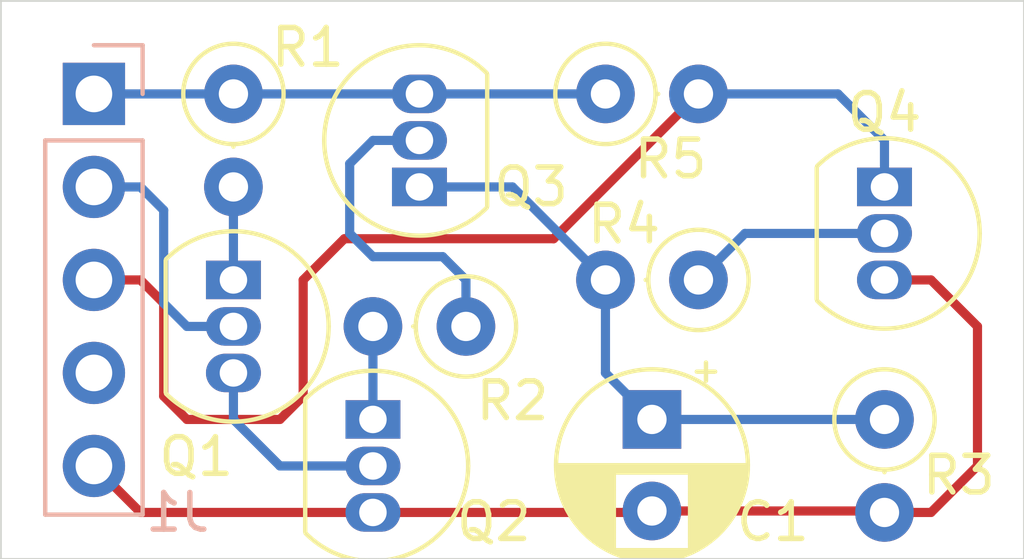
<source format=kicad_pcb>
(kicad_pcb (version 20171130) (host pcbnew 5.1.8)

  (general
    (thickness 1.6)
    (drawings 4)
    (tracks 52)
    (zones 0)
    (modules 11)
    (nets 12)
  )

  (page A4)
  (layers
    (0 F.Cu signal hide)
    (31 B.Cu signal hide)
    (32 B.Adhes user)
    (33 F.Adhes user)
    (34 B.Paste user)
    (35 F.Paste user)
    (36 B.SilkS user)
    (37 F.SilkS user)
    (38 B.Mask user)
    (39 F.Mask user)
    (40 Dwgs.User user)
    (41 Cmts.User user)
    (42 Eco1.User user)
    (43 Eco2.User user)
    (44 Edge.Cuts user)
    (45 Margin user)
    (46 B.CrtYd user hide)
    (47 F.CrtYd user hide)
    (48 B.Fab user hide)
    (49 F.Fab user hide)
  )

  (setup
    (last_trace_width 0.25)
    (trace_clearance 0.2)
    (zone_clearance 0.508)
    (zone_45_only no)
    (trace_min 0.2)
    (via_size 0.8)
    (via_drill 0.4)
    (via_min_size 0.4)
    (via_min_drill 0.3)
    (uvia_size 0.3)
    (uvia_drill 0.1)
    (uvias_allowed no)
    (uvia_min_size 0.2)
    (uvia_min_drill 0.1)
    (edge_width 0.05)
    (segment_width 0.2)
    (pcb_text_width 0.3)
    (pcb_text_size 1.5 1.5)
    (mod_edge_width 0.12)
    (mod_text_size 1 1)
    (mod_text_width 0.15)
    (pad_size 1.524 1.524)
    (pad_drill 0.762)
    (pad_to_mask_clearance 0)
    (aux_axis_origin 0 0)
    (visible_elements FFFFFF7F)
    (pcbplotparams
      (layerselection 0x010fc_ffffffff)
      (usegerberextensions false)
      (usegerberattributes true)
      (usegerberadvancedattributes true)
      (creategerberjobfile true)
      (excludeedgelayer true)
      (linewidth 0.100000)
      (plotframeref false)
      (viasonmask false)
      (mode 1)
      (useauxorigin false)
      (hpglpennumber 1)
      (hpglpenspeed 20)
      (hpglpendiameter 15.000000)
      (psnegative false)
      (psa4output false)
      (plotreference true)
      (plotvalue true)
      (plotinvisibletext false)
      (padsonsilk false)
      (subtractmaskfromsilk false)
      (outputformat 1)
      (mirror false)
      (drillshape 1)
      (scaleselection 1)
      (outputdirectory ""))
  )

  (net 0 "")
  (net 1 GND)
  (net 2 "Net-(C1-Pad1)")
  (net 3 "Net-(J1-Pad4)")
  (net 4 sense_out)
  (net 5 sense_antenna)
  (net 6 +3V3)
  (net 7 "Net-(Q1-Pad1)")
  (net 8 "Net-(Q1-Pad3)")
  (net 9 "Net-(Q2-Pad1)")
  (net 10 "Net-(Q3-Pad2)")
  (net 11 "Net-(Q4-Pad2)")

  (net_class Default "This is the default net class."
    (clearance 0.2)
    (trace_width 0.25)
    (via_dia 0.8)
    (via_drill 0.4)
    (uvia_dia 0.3)
    (uvia_drill 0.1)
    (add_net +3V3)
    (add_net GND)
    (add_net "Net-(C1-Pad1)")
    (add_net "Net-(J1-Pad4)")
    (add_net "Net-(Q1-Pad1)")
    (add_net "Net-(Q1-Pad3)")
    (add_net "Net-(Q2-Pad1)")
    (add_net "Net-(Q3-Pad2)")
    (add_net "Net-(Q4-Pad2)")
    (add_net sense_antenna)
    (add_net sense_out)
  )

  (module Connector_PinHeader_2.54mm:PinHeader_1x05_P2.54mm_Vertical (layer B.Cu) (tedit 59FED5CC) (tstamp 5FDED95A)
    (at 116.84 82.55 180)
    (descr "Through hole straight pin header, 1x05, 2.54mm pitch, single row")
    (tags "Through hole pin header THT 1x05 2.54mm single row")
    (path /5FDFE47D)
    (fp_text reference J1 (at -2.286 -11.43) (layer B.SilkS)
      (effects (font (size 1 1) (thickness 0.15)) (justify mirror))
    )
    (fp_text value Header (at -2.54 -7.62 90) (layer B.Fab)
      (effects (font (size 1 1) (thickness 0.15)) (justify mirror))
    )
    (fp_text user %R (at 0 -2 270) (layer B.Fab)
      (effects (font (size 0.76 0.76) (thickness 0.114)) (justify mirror))
    )
    (fp_line (start -0.635 1.27) (end 1.27 1.27) (layer B.Fab) (width 0.1))
    (fp_line (start 1.27 1.27) (end 1.27 -11.43) (layer B.Fab) (width 0.1))
    (fp_line (start 1.27 -11.43) (end -1.27 -11.43) (layer B.Fab) (width 0.1))
    (fp_line (start -1.27 -11.43) (end -1.27 0.635) (layer B.Fab) (width 0.1))
    (fp_line (start -1.27 0.635) (end -0.635 1.27) (layer B.Fab) (width 0.1))
    (fp_line (start -1.33 -11.49) (end 1.33 -11.49) (layer B.SilkS) (width 0.12))
    (fp_line (start -1.33 -1.27) (end -1.33 -11.49) (layer B.SilkS) (width 0.12))
    (fp_line (start 1.33 -1.27) (end 1.33 -11.49) (layer B.SilkS) (width 0.12))
    (fp_line (start -1.33 -1.27) (end 1.33 -1.27) (layer B.SilkS) (width 0.12))
    (fp_line (start -1.33 0) (end -1.33 1.33) (layer B.SilkS) (width 0.12))
    (fp_line (start -1.33 1.33) (end 0 1.33) (layer B.SilkS) (width 0.12))
    (fp_line (start -1.8 1.8) (end -1.8 -11.95) (layer B.CrtYd) (width 0.05))
    (fp_line (start -1.8 -11.95) (end 1.8 -11.95) (layer B.CrtYd) (width 0.05))
    (fp_line (start 1.8 -11.95) (end 1.8 1.8) (layer B.CrtYd) (width 0.05))
    (fp_line (start 1.8 1.8) (end -1.8 1.8) (layer B.CrtYd) (width 0.05))
    (pad 5 thru_hole oval (at 0 -10.16 180) (size 1.7 1.7) (drill 1) (layers *.Cu *.Mask)
      (net 1 GND))
    (pad 4 thru_hole oval (at 0 -7.62 180) (size 1.7 1.7) (drill 1) (layers *.Cu *.Mask)
      (net 3 "Net-(J1-Pad4)"))
    (pad 3 thru_hole oval (at 0 -5.08 180) (size 1.7 1.7) (drill 1) (layers *.Cu *.Mask)
      (net 4 sense_out))
    (pad 2 thru_hole oval (at 0 -2.54 180) (size 1.7 1.7) (drill 1) (layers *.Cu *.Mask)
      (net 5 sense_antenna))
    (pad 1 thru_hole rect (at 0 0 180) (size 1.7 1.7) (drill 1) (layers *.Cu *.Mask)
      (net 6 +3V3))
    (model ${KISYS3DMOD}/Connector_PinHeader_2.54mm.3dshapes/PinHeader_1x05_P2.54mm_Vertical.wrl
      (at (xyz 0 0 0))
      (scale (xyz 1 1 1))
      (rotate (xyz 0 0 0))
    )
  )

  (module Resistor_THT:R_Axial_DIN0207_L6.3mm_D2.5mm_P2.54mm_Vertical (layer F.Cu) (tedit 5AE5139B) (tstamp 5FDEC683)
    (at 130.81 82.55)
    (descr "Resistor, Axial_DIN0207 series, Axial, Vertical, pin pitch=2.54mm, 0.25W = 1/4W, length*diameter=6.3*2.5mm^2, http://cdn-reichelt.de/documents/datenblatt/B400/1_4W%23YAG.pdf")
    (tags "Resistor Axial_DIN0207 series Axial Vertical pin pitch 2.54mm 0.25W = 1/4W length 6.3mm diameter 2.5mm")
    (path /5FDE95F2)
    (fp_text reference R5 (at 1.778 1.778) (layer F.SilkS)
      (effects (font (size 1 1) (thickness 0.15)))
    )
    (fp_text value 10k (at 1.27 2.37) (layer F.Fab)
      (effects (font (size 1 1) (thickness 0.15)))
    )
    (fp_text user %R (at 1.27 -2.37) (layer F.Fab)
      (effects (font (size 1 1) (thickness 0.15)))
    )
    (fp_circle (center 0 0) (end 1.25 0) (layer F.Fab) (width 0.1))
    (fp_circle (center 0 0) (end 1.37 0) (layer F.SilkS) (width 0.12))
    (fp_line (start 0 0) (end 2.54 0) (layer F.Fab) (width 0.1))
    (fp_line (start 1.37 0) (end 1.44 0) (layer F.SilkS) (width 0.12))
    (fp_line (start -1.5 -1.5) (end -1.5 1.5) (layer F.CrtYd) (width 0.05))
    (fp_line (start -1.5 1.5) (end 3.59 1.5) (layer F.CrtYd) (width 0.05))
    (fp_line (start 3.59 1.5) (end 3.59 -1.5) (layer F.CrtYd) (width 0.05))
    (fp_line (start 3.59 -1.5) (end -1.5 -1.5) (layer F.CrtYd) (width 0.05))
    (pad 2 thru_hole oval (at 2.54 0) (size 1.6 1.6) (drill 0.8) (layers *.Cu *.Mask)
      (net 4 sense_out))
    (pad 1 thru_hole circle (at 0 0) (size 1.6 1.6) (drill 0.8) (layers *.Cu *.Mask)
      (net 6 +3V3))
    (model ${KISYS3DMOD}/Resistor_THT.3dshapes/R_Axial_DIN0207_L6.3mm_D2.5mm_P2.54mm_Vertical.wrl
      (at (xyz 0 0 0))
      (scale (xyz 1 1 1))
      (rotate (xyz 0 0 0))
    )
  )

  (module Resistor_THT:R_Axial_DIN0207_L6.3mm_D2.5mm_P2.54mm_Vertical (layer F.Cu) (tedit 5AE5139B) (tstamp 5FDEDA99)
    (at 133.35 87.63 180)
    (descr "Resistor, Axial_DIN0207 series, Axial, Vertical, pin pitch=2.54mm, 0.25W = 1/4W, length*diameter=6.3*2.5mm^2, http://cdn-reichelt.de/documents/datenblatt/B400/1_4W%23YAG.pdf")
    (tags "Resistor Axial_DIN0207 series Axial Vertical pin pitch 2.54mm 0.25W = 1/4W length 6.3mm diameter 2.5mm")
    (path /5FDE9F0D)
    (fp_text reference R4 (at 2.032 1.524) (layer F.SilkS)
      (effects (font (size 1 1) (thickness 0.15)))
    )
    (fp_text value 1M (at 1.27 2.37) (layer F.Fab)
      (effects (font (size 1 1) (thickness 0.15)))
    )
    (fp_text user %R (at 1.27 -2.37) (layer F.Fab)
      (effects (font (size 1 1) (thickness 0.15)))
    )
    (fp_circle (center 0 0) (end 1.25 0) (layer F.Fab) (width 0.1))
    (fp_circle (center 0 0) (end 1.37 0) (layer F.SilkS) (width 0.12))
    (fp_line (start 0 0) (end 2.54 0) (layer F.Fab) (width 0.1))
    (fp_line (start 1.37 0) (end 1.44 0) (layer F.SilkS) (width 0.12))
    (fp_line (start -1.5 -1.5) (end -1.5 1.5) (layer F.CrtYd) (width 0.05))
    (fp_line (start -1.5 1.5) (end 3.59 1.5) (layer F.CrtYd) (width 0.05))
    (fp_line (start 3.59 1.5) (end 3.59 -1.5) (layer F.CrtYd) (width 0.05))
    (fp_line (start 3.59 -1.5) (end -1.5 -1.5) (layer F.CrtYd) (width 0.05))
    (pad 2 thru_hole oval (at 2.54 0 180) (size 1.6 1.6) (drill 0.8) (layers *.Cu *.Mask)
      (net 2 "Net-(C1-Pad1)"))
    (pad 1 thru_hole circle (at 0 0 180) (size 1.6 1.6) (drill 0.8) (layers *.Cu *.Mask)
      (net 11 "Net-(Q4-Pad2)"))
    (model ${KISYS3DMOD}/Resistor_THT.3dshapes/R_Axial_DIN0207_L6.3mm_D2.5mm_P2.54mm_Vertical.wrl
      (at (xyz 0 0 0))
      (scale (xyz 1 1 1))
      (rotate (xyz 0 0 0))
    )
  )

  (module Resistor_THT:R_Axial_DIN0207_L6.3mm_D2.5mm_P2.54mm_Vertical (layer F.Cu) (tedit 5AE5139B) (tstamp 5FDEC665)
    (at 138.43 91.44 270)
    (descr "Resistor, Axial_DIN0207 series, Axial, Vertical, pin pitch=2.54mm, 0.25W = 1/4W, length*diameter=6.3*2.5mm^2, http://cdn-reichelt.de/documents/datenblatt/B400/1_4W%23YAG.pdf")
    (tags "Resistor Axial_DIN0207 series Axial Vertical pin pitch 2.54mm 0.25W = 1/4W length 6.3mm diameter 2.5mm")
    (path /5FDEA625)
    (fp_text reference R3 (at 1.524 -2.032 180) (layer F.SilkS)
      (effects (font (size 1 1) (thickness 0.15)))
    )
    (fp_text value 47k (at 1.27 2.37 90) (layer F.Fab)
      (effects (font (size 1 1) (thickness 0.15)))
    )
    (fp_text user %R (at 1.27 -2.37 90) (layer F.Fab)
      (effects (font (size 1 1) (thickness 0.15)))
    )
    (fp_circle (center 0 0) (end 1.25 0) (layer F.Fab) (width 0.1))
    (fp_circle (center 0 0) (end 1.37 0) (layer F.SilkS) (width 0.12))
    (fp_line (start 0 0) (end 2.54 0) (layer F.Fab) (width 0.1))
    (fp_line (start 1.37 0) (end 1.44 0) (layer F.SilkS) (width 0.12))
    (fp_line (start -1.5 -1.5) (end -1.5 1.5) (layer F.CrtYd) (width 0.05))
    (fp_line (start -1.5 1.5) (end 3.59 1.5) (layer F.CrtYd) (width 0.05))
    (fp_line (start 3.59 1.5) (end 3.59 -1.5) (layer F.CrtYd) (width 0.05))
    (fp_line (start 3.59 -1.5) (end -1.5 -1.5) (layer F.CrtYd) (width 0.05))
    (pad 2 thru_hole oval (at 2.54 0 270) (size 1.6 1.6) (drill 0.8) (layers *.Cu *.Mask)
      (net 1 GND))
    (pad 1 thru_hole circle (at 0 0 270) (size 1.6 1.6) (drill 0.8) (layers *.Cu *.Mask)
      (net 2 "Net-(C1-Pad1)"))
    (model ${KISYS3DMOD}/Resistor_THT.3dshapes/R_Axial_DIN0207_L6.3mm_D2.5mm_P2.54mm_Vertical.wrl
      (at (xyz 0 0 0))
      (scale (xyz 1 1 1))
      (rotate (xyz 0 0 0))
    )
  )

  (module Resistor_THT:R_Axial_DIN0207_L6.3mm_D2.5mm_P2.54mm_Vertical (layer F.Cu) (tedit 5AE5139B) (tstamp 5FDEC656)
    (at 127 88.9 180)
    (descr "Resistor, Axial_DIN0207 series, Axial, Vertical, pin pitch=2.54mm, 0.25W = 1/4W, length*diameter=6.3*2.5mm^2, http://cdn-reichelt.de/documents/datenblatt/B400/1_4W%23YAG.pdf")
    (tags "Resistor Axial_DIN0207 series Axial Vertical pin pitch 2.54mm 0.25W = 1/4W length 6.3mm diameter 2.5mm")
    (path /5FDE9185)
    (fp_text reference R2 (at -1.27 -2.032) (layer F.SilkS)
      (effects (font (size 1 1) (thickness 0.15)))
    )
    (fp_text value 100k (at 1.27 2.37) (layer F.Fab)
      (effects (font (size 1 1) (thickness 0.15)))
    )
    (fp_text user %R (at 1.27 -2.37) (layer F.Fab)
      (effects (font (size 1 1) (thickness 0.15)))
    )
    (fp_circle (center 0 0) (end 1.25 0) (layer F.Fab) (width 0.1))
    (fp_circle (center 0 0) (end 1.37 0) (layer F.SilkS) (width 0.12))
    (fp_line (start 0 0) (end 2.54 0) (layer F.Fab) (width 0.1))
    (fp_line (start 1.37 0) (end 1.44 0) (layer F.SilkS) (width 0.12))
    (fp_line (start -1.5 -1.5) (end -1.5 1.5) (layer F.CrtYd) (width 0.05))
    (fp_line (start -1.5 1.5) (end 3.59 1.5) (layer F.CrtYd) (width 0.05))
    (fp_line (start 3.59 1.5) (end 3.59 -1.5) (layer F.CrtYd) (width 0.05))
    (fp_line (start 3.59 -1.5) (end -1.5 -1.5) (layer F.CrtYd) (width 0.05))
    (pad 2 thru_hole oval (at 2.54 0 180) (size 1.6 1.6) (drill 0.8) (layers *.Cu *.Mask)
      (net 9 "Net-(Q2-Pad1)"))
    (pad 1 thru_hole circle (at 0 0 180) (size 1.6 1.6) (drill 0.8) (layers *.Cu *.Mask)
      (net 10 "Net-(Q3-Pad2)"))
    (model ${KISYS3DMOD}/Resistor_THT.3dshapes/R_Axial_DIN0207_L6.3mm_D2.5mm_P2.54mm_Vertical.wrl
      (at (xyz 0 0 0))
      (scale (xyz 1 1 1))
      (rotate (xyz 0 0 0))
    )
  )

  (module Resistor_THT:R_Axial_DIN0207_L6.3mm_D2.5mm_P2.54mm_Vertical (layer F.Cu) (tedit 5AE5139B) (tstamp 5FDEC647)
    (at 120.65 82.55 270)
    (descr "Resistor, Axial_DIN0207 series, Axial, Vertical, pin pitch=2.54mm, 0.25W = 1/4W, length*diameter=6.3*2.5mm^2, http://cdn-reichelt.de/documents/datenblatt/B400/1_4W%23YAG.pdf")
    (tags "Resistor Axial_DIN0207 series Axial Vertical pin pitch 2.54mm 0.25W = 1/4W length 6.3mm diameter 2.5mm")
    (path /5FDE772A)
    (fp_text reference R1 (at -1.27 -2.032 180) (layer F.SilkS)
      (effects (font (size 1 1) (thickness 0.15)))
    )
    (fp_text value 1M (at 1.27 2.37 90) (layer F.Fab)
      (effects (font (size 1 1) (thickness 0.15)))
    )
    (fp_text user %R (at 1.27 -2.37 90) (layer F.Fab)
      (effects (font (size 1 1) (thickness 0.15)))
    )
    (fp_circle (center 0 0) (end 1.25 0) (layer F.Fab) (width 0.1))
    (fp_circle (center 0 0) (end 1.37 0) (layer F.SilkS) (width 0.12))
    (fp_line (start 0 0) (end 2.54 0) (layer F.Fab) (width 0.1))
    (fp_line (start 1.37 0) (end 1.44 0) (layer F.SilkS) (width 0.12))
    (fp_line (start -1.5 -1.5) (end -1.5 1.5) (layer F.CrtYd) (width 0.05))
    (fp_line (start -1.5 1.5) (end 3.59 1.5) (layer F.CrtYd) (width 0.05))
    (fp_line (start 3.59 1.5) (end 3.59 -1.5) (layer F.CrtYd) (width 0.05))
    (fp_line (start 3.59 -1.5) (end -1.5 -1.5) (layer F.CrtYd) (width 0.05))
    (pad 2 thru_hole oval (at 2.54 0 270) (size 1.6 1.6) (drill 0.8) (layers *.Cu *.Mask)
      (net 7 "Net-(Q1-Pad1)"))
    (pad 1 thru_hole circle (at 0 0 270) (size 1.6 1.6) (drill 0.8) (layers *.Cu *.Mask)
      (net 6 +3V3))
    (model ${KISYS3DMOD}/Resistor_THT.3dshapes/R_Axial_DIN0207_L6.3mm_D2.5mm_P2.54mm_Vertical.wrl
      (at (xyz 0 0 0))
      (scale (xyz 1 1 1))
      (rotate (xyz 0 0 0))
    )
  )

  (module Package_TO_SOT_THT:TO-92_Inline (layer F.Cu) (tedit 5A1DD157) (tstamp 5FDEC638)
    (at 138.43 85.09 270)
    (descr "TO-92 leads in-line, narrow, oval pads, drill 0.75mm (see NXP sot054_po.pdf)")
    (tags "to-92 sc-43 sc-43a sot54 PA33 transistor")
    (path /5FDE66CF)
    (fp_text reference Q4 (at -2.032 0 180) (layer F.SilkS)
      (effects (font (size 1 1) (thickness 0.15)))
    )
    (fp_text value BC547 (at 1.27 2.79 90) (layer F.Fab)
      (effects (font (size 1 1) (thickness 0.15)))
    )
    (fp_arc (start 1.27 0) (end 1.27 -2.6) (angle 135) (layer F.SilkS) (width 0.12))
    (fp_arc (start 1.27 0) (end 1.27 -2.48) (angle -135) (layer F.Fab) (width 0.1))
    (fp_arc (start 1.27 0) (end 1.27 -2.6) (angle -135) (layer F.SilkS) (width 0.12))
    (fp_arc (start 1.27 0) (end 1.27 -2.48) (angle 135) (layer F.Fab) (width 0.1))
    (fp_text user %R (at 1.27 0 90) (layer F.Fab)
      (effects (font (size 1 1) (thickness 0.15)))
    )
    (fp_line (start -0.53 1.85) (end 3.07 1.85) (layer F.SilkS) (width 0.12))
    (fp_line (start -0.5 1.75) (end 3 1.75) (layer F.Fab) (width 0.1))
    (fp_line (start -1.46 -2.73) (end 4 -2.73) (layer F.CrtYd) (width 0.05))
    (fp_line (start -1.46 -2.73) (end -1.46 2.01) (layer F.CrtYd) (width 0.05))
    (fp_line (start 4 2.01) (end 4 -2.73) (layer F.CrtYd) (width 0.05))
    (fp_line (start 4 2.01) (end -1.46 2.01) (layer F.CrtYd) (width 0.05))
    (pad 1 thru_hole rect (at 0 0 270) (size 1.05 1.5) (drill 0.75) (layers *.Cu *.Mask)
      (net 4 sense_out))
    (pad 3 thru_hole oval (at 2.54 0 270) (size 1.05 1.5) (drill 0.75) (layers *.Cu *.Mask)
      (net 1 GND))
    (pad 2 thru_hole oval (at 1.27 0 270) (size 1.05 1.5) (drill 0.75) (layers *.Cu *.Mask)
      (net 11 "Net-(Q4-Pad2)"))
    (model ${KISYS3DMOD}/Package_TO_SOT_THT.3dshapes/TO-92_Inline.wrl
      (at (xyz 0 0 0))
      (scale (xyz 1 1 1))
      (rotate (xyz 0 0 0))
    )
  )

  (module Package_TO_SOT_THT:TO-92_Inline (layer F.Cu) (tedit 5A1DD157) (tstamp 5FDEC626)
    (at 125.73 85.09 90)
    (descr "TO-92 leads in-line, narrow, oval pads, drill 0.75mm (see NXP sot054_po.pdf)")
    (tags "to-92 sc-43 sc-43a sot54 PA33 transistor")
    (path /5FDEE35D)
    (fp_text reference Q3 (at 0 3.048 180) (layer F.SilkS)
      (effects (font (size 1 1) (thickness 0.15)))
    )
    (fp_text value BC557 (at 1.27 2.79 90) (layer F.Fab)
      (effects (font (size 1 1) (thickness 0.15)))
    )
    (fp_arc (start 1.27 0) (end 1.27 -2.6) (angle 135) (layer F.SilkS) (width 0.12))
    (fp_arc (start 1.27 0) (end 1.27 -2.48) (angle -135) (layer F.Fab) (width 0.1))
    (fp_arc (start 1.27 0) (end 1.27 -2.6) (angle -135) (layer F.SilkS) (width 0.12))
    (fp_arc (start 1.27 0) (end 1.27 -2.48) (angle 135) (layer F.Fab) (width 0.1))
    (fp_text user %R (at 1.27 0 90) (layer F.Fab)
      (effects (font (size 1 1) (thickness 0.15)))
    )
    (fp_line (start -0.53 1.85) (end 3.07 1.85) (layer F.SilkS) (width 0.12))
    (fp_line (start -0.5 1.75) (end 3 1.75) (layer F.Fab) (width 0.1))
    (fp_line (start -1.46 -2.73) (end 4 -2.73) (layer F.CrtYd) (width 0.05))
    (fp_line (start -1.46 -2.73) (end -1.46 2.01) (layer F.CrtYd) (width 0.05))
    (fp_line (start 4 2.01) (end 4 -2.73) (layer F.CrtYd) (width 0.05))
    (fp_line (start 4 2.01) (end -1.46 2.01) (layer F.CrtYd) (width 0.05))
    (pad 1 thru_hole rect (at 0 0 90) (size 1.05 1.5) (drill 0.75) (layers *.Cu *.Mask)
      (net 2 "Net-(C1-Pad1)"))
    (pad 3 thru_hole oval (at 2.54 0 90) (size 1.05 1.5) (drill 0.75) (layers *.Cu *.Mask)
      (net 6 +3V3))
    (pad 2 thru_hole oval (at 1.27 0 90) (size 1.05 1.5) (drill 0.75) (layers *.Cu *.Mask)
      (net 10 "Net-(Q3-Pad2)"))
    (model ${KISYS3DMOD}/Package_TO_SOT_THT.3dshapes/TO-92_Inline.wrl
      (at (xyz 0 0 0))
      (scale (xyz 1 1 1))
      (rotate (xyz 0 0 0))
    )
  )

  (module Package_TO_SOT_THT:TO-92_Inline (layer F.Cu) (tedit 5A1DD157) (tstamp 5FDEC614)
    (at 124.46 91.44 270)
    (descr "TO-92 leads in-line, narrow, oval pads, drill 0.75mm (see NXP sot054_po.pdf)")
    (tags "to-92 sc-43 sc-43a sot54 PA33 transistor")
    (path /5FDE6103)
    (fp_text reference Q2 (at 2.794 -3.302 180) (layer F.SilkS)
      (effects (font (size 1 1) (thickness 0.15)))
    )
    (fp_text value BC547 (at 1.27 2.79 90) (layer F.Fab)
      (effects (font (size 1 1) (thickness 0.15)))
    )
    (fp_arc (start 1.27 0) (end 1.27 -2.6) (angle 135) (layer F.SilkS) (width 0.12))
    (fp_arc (start 1.27 0) (end 1.27 -2.48) (angle -135) (layer F.Fab) (width 0.1))
    (fp_arc (start 1.27 0) (end 1.27 -2.6) (angle -135) (layer F.SilkS) (width 0.12))
    (fp_arc (start 1.27 0) (end 1.27 -2.48) (angle 135) (layer F.Fab) (width 0.1))
    (fp_text user %R (at 1.27 0 90) (layer F.Fab)
      (effects (font (size 1 1) (thickness 0.15)))
    )
    (fp_line (start -0.53 1.85) (end 3.07 1.85) (layer F.SilkS) (width 0.12))
    (fp_line (start -0.5 1.75) (end 3 1.75) (layer F.Fab) (width 0.1))
    (fp_line (start -1.46 -2.73) (end 4 -2.73) (layer F.CrtYd) (width 0.05))
    (fp_line (start -1.46 -2.73) (end -1.46 2.01) (layer F.CrtYd) (width 0.05))
    (fp_line (start 4 2.01) (end 4 -2.73) (layer F.CrtYd) (width 0.05))
    (fp_line (start 4 2.01) (end -1.46 2.01) (layer F.CrtYd) (width 0.05))
    (pad 1 thru_hole rect (at 0 0 270) (size 1.05 1.5) (drill 0.75) (layers *.Cu *.Mask)
      (net 9 "Net-(Q2-Pad1)"))
    (pad 3 thru_hole oval (at 2.54 0 270) (size 1.05 1.5) (drill 0.75) (layers *.Cu *.Mask)
      (net 1 GND))
    (pad 2 thru_hole oval (at 1.27 0 270) (size 1.05 1.5) (drill 0.75) (layers *.Cu *.Mask)
      (net 8 "Net-(Q1-Pad3)"))
    (model ${KISYS3DMOD}/Package_TO_SOT_THT.3dshapes/TO-92_Inline.wrl
      (at (xyz 0 0 0))
      (scale (xyz 1 1 1))
      (rotate (xyz 0 0 0))
    )
  )

  (module Package_TO_SOT_THT:TO-92_Inline (layer F.Cu) (tedit 5A1DD157) (tstamp 5FDED0BA)
    (at 120.65 87.63 270)
    (descr "TO-92 leads in-line, narrow, oval pads, drill 0.75mm (see NXP sot054_po.pdf)")
    (tags "to-92 sc-43 sc-43a sot54 PA33 transistor")
    (path /5FDE5A33)
    (fp_text reference Q1 (at 4.826 1.016 180) (layer F.SilkS)
      (effects (font (size 1 1) (thickness 0.15)))
    )
    (fp_text value BC547 (at 1.27 2.79 90) (layer F.Fab)
      (effects (font (size 1 1) (thickness 0.15)))
    )
    (fp_arc (start 1.27 0) (end 1.27 -2.6) (angle 135) (layer F.SilkS) (width 0.12))
    (fp_arc (start 1.27 0) (end 1.27 -2.48) (angle -135) (layer F.Fab) (width 0.1))
    (fp_arc (start 1.27 0) (end 1.27 -2.6) (angle -135) (layer F.SilkS) (width 0.12))
    (fp_arc (start 1.27 0) (end 1.27 -2.48) (angle 135) (layer F.Fab) (width 0.1))
    (fp_text user %R (at 1.27 0 90) (layer F.Fab)
      (effects (font (size 1 1) (thickness 0.15)))
    )
    (fp_line (start -0.53 1.85) (end 3.07 1.85) (layer F.SilkS) (width 0.12))
    (fp_line (start -0.5 1.75) (end 3 1.75) (layer F.Fab) (width 0.1))
    (fp_line (start -1.46 -2.73) (end 4 -2.73) (layer F.CrtYd) (width 0.05))
    (fp_line (start -1.46 -2.73) (end -1.46 2.01) (layer F.CrtYd) (width 0.05))
    (fp_line (start 4 2.01) (end 4 -2.73) (layer F.CrtYd) (width 0.05))
    (fp_line (start 4 2.01) (end -1.46 2.01) (layer F.CrtYd) (width 0.05))
    (pad 1 thru_hole rect (at 0 0 270) (size 1.05 1.5) (drill 0.75) (layers *.Cu *.Mask)
      (net 7 "Net-(Q1-Pad1)"))
    (pad 3 thru_hole oval (at 2.54 0 270) (size 1.05 1.5) (drill 0.75) (layers *.Cu *.Mask)
      (net 8 "Net-(Q1-Pad3)"))
    (pad 2 thru_hole oval (at 1.27 0 270) (size 1.05 1.5) (drill 0.75) (layers *.Cu *.Mask)
      (net 5 sense_antenna))
    (model ${KISYS3DMOD}/Package_TO_SOT_THT.3dshapes/TO-92_Inline.wrl
      (at (xyz 0 0 0))
      (scale (xyz 1 1 1))
      (rotate (xyz 0 0 0))
    )
  )

  (module Capacitor_THT:CP_Radial_D5.0mm_P2.50mm (layer F.Cu) (tedit 5AE50EF0) (tstamp 5FDED330)
    (at 132.08 91.44 270)
    (descr "CP, Radial series, Radial, pin pitch=2.50mm, , diameter=5mm, Electrolytic Capacitor")
    (tags "CP Radial series Radial pin pitch 2.50mm  diameter 5mm Electrolytic Capacitor")
    (path /5FE4BB7A)
    (fp_text reference C1 (at 2.794 -3.302 180) (layer F.SilkS)
      (effects (font (size 1 1) (thickness 0.15)))
    )
    (fp_text value 4.7µ (at 1.25 3.75 90) (layer F.Fab)
      (effects (font (size 1 1) (thickness 0.15)))
    )
    (fp_text user %R (at 1.25 0 90) (layer F.Fab)
      (effects (font (size 1 1) (thickness 0.15)))
    )
    (fp_circle (center 1.25 0) (end 3.75 0) (layer F.Fab) (width 0.1))
    (fp_circle (center 1.25 0) (end 3.87 0) (layer F.SilkS) (width 0.12))
    (fp_circle (center 1.25 0) (end 4 0) (layer F.CrtYd) (width 0.05))
    (fp_line (start -0.883605 -1.0875) (end -0.383605 -1.0875) (layer F.Fab) (width 0.1))
    (fp_line (start -0.633605 -1.3375) (end -0.633605 -0.8375) (layer F.Fab) (width 0.1))
    (fp_line (start 1.25 -2.58) (end 1.25 2.58) (layer F.SilkS) (width 0.12))
    (fp_line (start 1.29 -2.58) (end 1.29 2.58) (layer F.SilkS) (width 0.12))
    (fp_line (start 1.33 -2.579) (end 1.33 2.579) (layer F.SilkS) (width 0.12))
    (fp_line (start 1.37 -2.578) (end 1.37 2.578) (layer F.SilkS) (width 0.12))
    (fp_line (start 1.41 -2.576) (end 1.41 2.576) (layer F.SilkS) (width 0.12))
    (fp_line (start 1.45 -2.573) (end 1.45 2.573) (layer F.SilkS) (width 0.12))
    (fp_line (start 1.49 -2.569) (end 1.49 -1.04) (layer F.SilkS) (width 0.12))
    (fp_line (start 1.49 1.04) (end 1.49 2.569) (layer F.SilkS) (width 0.12))
    (fp_line (start 1.53 -2.565) (end 1.53 -1.04) (layer F.SilkS) (width 0.12))
    (fp_line (start 1.53 1.04) (end 1.53 2.565) (layer F.SilkS) (width 0.12))
    (fp_line (start 1.57 -2.561) (end 1.57 -1.04) (layer F.SilkS) (width 0.12))
    (fp_line (start 1.57 1.04) (end 1.57 2.561) (layer F.SilkS) (width 0.12))
    (fp_line (start 1.61 -2.556) (end 1.61 -1.04) (layer F.SilkS) (width 0.12))
    (fp_line (start 1.61 1.04) (end 1.61 2.556) (layer F.SilkS) (width 0.12))
    (fp_line (start 1.65 -2.55) (end 1.65 -1.04) (layer F.SilkS) (width 0.12))
    (fp_line (start 1.65 1.04) (end 1.65 2.55) (layer F.SilkS) (width 0.12))
    (fp_line (start 1.69 -2.543) (end 1.69 -1.04) (layer F.SilkS) (width 0.12))
    (fp_line (start 1.69 1.04) (end 1.69 2.543) (layer F.SilkS) (width 0.12))
    (fp_line (start 1.73 -2.536) (end 1.73 -1.04) (layer F.SilkS) (width 0.12))
    (fp_line (start 1.73 1.04) (end 1.73 2.536) (layer F.SilkS) (width 0.12))
    (fp_line (start 1.77 -2.528) (end 1.77 -1.04) (layer F.SilkS) (width 0.12))
    (fp_line (start 1.77 1.04) (end 1.77 2.528) (layer F.SilkS) (width 0.12))
    (fp_line (start 1.81 -2.52) (end 1.81 -1.04) (layer F.SilkS) (width 0.12))
    (fp_line (start 1.81 1.04) (end 1.81 2.52) (layer F.SilkS) (width 0.12))
    (fp_line (start 1.85 -2.511) (end 1.85 -1.04) (layer F.SilkS) (width 0.12))
    (fp_line (start 1.85 1.04) (end 1.85 2.511) (layer F.SilkS) (width 0.12))
    (fp_line (start 1.89 -2.501) (end 1.89 -1.04) (layer F.SilkS) (width 0.12))
    (fp_line (start 1.89 1.04) (end 1.89 2.501) (layer F.SilkS) (width 0.12))
    (fp_line (start 1.93 -2.491) (end 1.93 -1.04) (layer F.SilkS) (width 0.12))
    (fp_line (start 1.93 1.04) (end 1.93 2.491) (layer F.SilkS) (width 0.12))
    (fp_line (start 1.971 -2.48) (end 1.971 -1.04) (layer F.SilkS) (width 0.12))
    (fp_line (start 1.971 1.04) (end 1.971 2.48) (layer F.SilkS) (width 0.12))
    (fp_line (start 2.011 -2.468) (end 2.011 -1.04) (layer F.SilkS) (width 0.12))
    (fp_line (start 2.011 1.04) (end 2.011 2.468) (layer F.SilkS) (width 0.12))
    (fp_line (start 2.051 -2.455) (end 2.051 -1.04) (layer F.SilkS) (width 0.12))
    (fp_line (start 2.051 1.04) (end 2.051 2.455) (layer F.SilkS) (width 0.12))
    (fp_line (start 2.091 -2.442) (end 2.091 -1.04) (layer F.SilkS) (width 0.12))
    (fp_line (start 2.091 1.04) (end 2.091 2.442) (layer F.SilkS) (width 0.12))
    (fp_line (start 2.131 -2.428) (end 2.131 -1.04) (layer F.SilkS) (width 0.12))
    (fp_line (start 2.131 1.04) (end 2.131 2.428) (layer F.SilkS) (width 0.12))
    (fp_line (start 2.171 -2.414) (end 2.171 -1.04) (layer F.SilkS) (width 0.12))
    (fp_line (start 2.171 1.04) (end 2.171 2.414) (layer F.SilkS) (width 0.12))
    (fp_line (start 2.211 -2.398) (end 2.211 -1.04) (layer F.SilkS) (width 0.12))
    (fp_line (start 2.211 1.04) (end 2.211 2.398) (layer F.SilkS) (width 0.12))
    (fp_line (start 2.251 -2.382) (end 2.251 -1.04) (layer F.SilkS) (width 0.12))
    (fp_line (start 2.251 1.04) (end 2.251 2.382) (layer F.SilkS) (width 0.12))
    (fp_line (start 2.291 -2.365) (end 2.291 -1.04) (layer F.SilkS) (width 0.12))
    (fp_line (start 2.291 1.04) (end 2.291 2.365) (layer F.SilkS) (width 0.12))
    (fp_line (start 2.331 -2.348) (end 2.331 -1.04) (layer F.SilkS) (width 0.12))
    (fp_line (start 2.331 1.04) (end 2.331 2.348) (layer F.SilkS) (width 0.12))
    (fp_line (start 2.371 -2.329) (end 2.371 -1.04) (layer F.SilkS) (width 0.12))
    (fp_line (start 2.371 1.04) (end 2.371 2.329) (layer F.SilkS) (width 0.12))
    (fp_line (start 2.411 -2.31) (end 2.411 -1.04) (layer F.SilkS) (width 0.12))
    (fp_line (start 2.411 1.04) (end 2.411 2.31) (layer F.SilkS) (width 0.12))
    (fp_line (start 2.451 -2.29) (end 2.451 -1.04) (layer F.SilkS) (width 0.12))
    (fp_line (start 2.451 1.04) (end 2.451 2.29) (layer F.SilkS) (width 0.12))
    (fp_line (start 2.491 -2.268) (end 2.491 -1.04) (layer F.SilkS) (width 0.12))
    (fp_line (start 2.491 1.04) (end 2.491 2.268) (layer F.SilkS) (width 0.12))
    (fp_line (start 2.531 -2.247) (end 2.531 -1.04) (layer F.SilkS) (width 0.12))
    (fp_line (start 2.531 1.04) (end 2.531 2.247) (layer F.SilkS) (width 0.12))
    (fp_line (start 2.571 -2.224) (end 2.571 -1.04) (layer F.SilkS) (width 0.12))
    (fp_line (start 2.571 1.04) (end 2.571 2.224) (layer F.SilkS) (width 0.12))
    (fp_line (start 2.611 -2.2) (end 2.611 -1.04) (layer F.SilkS) (width 0.12))
    (fp_line (start 2.611 1.04) (end 2.611 2.2) (layer F.SilkS) (width 0.12))
    (fp_line (start 2.651 -2.175) (end 2.651 -1.04) (layer F.SilkS) (width 0.12))
    (fp_line (start 2.651 1.04) (end 2.651 2.175) (layer F.SilkS) (width 0.12))
    (fp_line (start 2.691 -2.149) (end 2.691 -1.04) (layer F.SilkS) (width 0.12))
    (fp_line (start 2.691 1.04) (end 2.691 2.149) (layer F.SilkS) (width 0.12))
    (fp_line (start 2.731 -2.122) (end 2.731 -1.04) (layer F.SilkS) (width 0.12))
    (fp_line (start 2.731 1.04) (end 2.731 2.122) (layer F.SilkS) (width 0.12))
    (fp_line (start 2.771 -2.095) (end 2.771 -1.04) (layer F.SilkS) (width 0.12))
    (fp_line (start 2.771 1.04) (end 2.771 2.095) (layer F.SilkS) (width 0.12))
    (fp_line (start 2.811 -2.065) (end 2.811 -1.04) (layer F.SilkS) (width 0.12))
    (fp_line (start 2.811 1.04) (end 2.811 2.065) (layer F.SilkS) (width 0.12))
    (fp_line (start 2.851 -2.035) (end 2.851 -1.04) (layer F.SilkS) (width 0.12))
    (fp_line (start 2.851 1.04) (end 2.851 2.035) (layer F.SilkS) (width 0.12))
    (fp_line (start 2.891 -2.004) (end 2.891 -1.04) (layer F.SilkS) (width 0.12))
    (fp_line (start 2.891 1.04) (end 2.891 2.004) (layer F.SilkS) (width 0.12))
    (fp_line (start 2.931 -1.971) (end 2.931 -1.04) (layer F.SilkS) (width 0.12))
    (fp_line (start 2.931 1.04) (end 2.931 1.971) (layer F.SilkS) (width 0.12))
    (fp_line (start 2.971 -1.937) (end 2.971 -1.04) (layer F.SilkS) (width 0.12))
    (fp_line (start 2.971 1.04) (end 2.971 1.937) (layer F.SilkS) (width 0.12))
    (fp_line (start 3.011 -1.901) (end 3.011 -1.04) (layer F.SilkS) (width 0.12))
    (fp_line (start 3.011 1.04) (end 3.011 1.901) (layer F.SilkS) (width 0.12))
    (fp_line (start 3.051 -1.864) (end 3.051 -1.04) (layer F.SilkS) (width 0.12))
    (fp_line (start 3.051 1.04) (end 3.051 1.864) (layer F.SilkS) (width 0.12))
    (fp_line (start 3.091 -1.826) (end 3.091 -1.04) (layer F.SilkS) (width 0.12))
    (fp_line (start 3.091 1.04) (end 3.091 1.826) (layer F.SilkS) (width 0.12))
    (fp_line (start 3.131 -1.785) (end 3.131 -1.04) (layer F.SilkS) (width 0.12))
    (fp_line (start 3.131 1.04) (end 3.131 1.785) (layer F.SilkS) (width 0.12))
    (fp_line (start 3.171 -1.743) (end 3.171 -1.04) (layer F.SilkS) (width 0.12))
    (fp_line (start 3.171 1.04) (end 3.171 1.743) (layer F.SilkS) (width 0.12))
    (fp_line (start 3.211 -1.699) (end 3.211 -1.04) (layer F.SilkS) (width 0.12))
    (fp_line (start 3.211 1.04) (end 3.211 1.699) (layer F.SilkS) (width 0.12))
    (fp_line (start 3.251 -1.653) (end 3.251 -1.04) (layer F.SilkS) (width 0.12))
    (fp_line (start 3.251 1.04) (end 3.251 1.653) (layer F.SilkS) (width 0.12))
    (fp_line (start 3.291 -1.605) (end 3.291 -1.04) (layer F.SilkS) (width 0.12))
    (fp_line (start 3.291 1.04) (end 3.291 1.605) (layer F.SilkS) (width 0.12))
    (fp_line (start 3.331 -1.554) (end 3.331 -1.04) (layer F.SilkS) (width 0.12))
    (fp_line (start 3.331 1.04) (end 3.331 1.554) (layer F.SilkS) (width 0.12))
    (fp_line (start 3.371 -1.5) (end 3.371 -1.04) (layer F.SilkS) (width 0.12))
    (fp_line (start 3.371 1.04) (end 3.371 1.5) (layer F.SilkS) (width 0.12))
    (fp_line (start 3.411 -1.443) (end 3.411 -1.04) (layer F.SilkS) (width 0.12))
    (fp_line (start 3.411 1.04) (end 3.411 1.443) (layer F.SilkS) (width 0.12))
    (fp_line (start 3.451 -1.383) (end 3.451 -1.04) (layer F.SilkS) (width 0.12))
    (fp_line (start 3.451 1.04) (end 3.451 1.383) (layer F.SilkS) (width 0.12))
    (fp_line (start 3.491 -1.319) (end 3.491 -1.04) (layer F.SilkS) (width 0.12))
    (fp_line (start 3.491 1.04) (end 3.491 1.319) (layer F.SilkS) (width 0.12))
    (fp_line (start 3.531 -1.251) (end 3.531 -1.04) (layer F.SilkS) (width 0.12))
    (fp_line (start 3.531 1.04) (end 3.531 1.251) (layer F.SilkS) (width 0.12))
    (fp_line (start 3.571 -1.178) (end 3.571 1.178) (layer F.SilkS) (width 0.12))
    (fp_line (start 3.611 -1.098) (end 3.611 1.098) (layer F.SilkS) (width 0.12))
    (fp_line (start 3.651 -1.011) (end 3.651 1.011) (layer F.SilkS) (width 0.12))
    (fp_line (start 3.691 -0.915) (end 3.691 0.915) (layer F.SilkS) (width 0.12))
    (fp_line (start 3.731 -0.805) (end 3.731 0.805) (layer F.SilkS) (width 0.12))
    (fp_line (start 3.771 -0.677) (end 3.771 0.677) (layer F.SilkS) (width 0.12))
    (fp_line (start 3.811 -0.518) (end 3.811 0.518) (layer F.SilkS) (width 0.12))
    (fp_line (start 3.851 -0.284) (end 3.851 0.284) (layer F.SilkS) (width 0.12))
    (fp_line (start -1.554775 -1.475) (end -1.054775 -1.475) (layer F.SilkS) (width 0.12))
    (fp_line (start -1.304775 -1.725) (end -1.304775 -1.225) (layer F.SilkS) (width 0.12))
    (pad 2 thru_hole circle (at 2.5 0 270) (size 1.6 1.6) (drill 0.8) (layers *.Cu *.Mask)
      (net 1 GND))
    (pad 1 thru_hole rect (at 0 0 270) (size 1.6 1.6) (drill 0.8) (layers *.Cu *.Mask)
      (net 2 "Net-(C1-Pad1)"))
    (model ${KISYS3DMOD}/Capacitor_THT.3dshapes/CP_Radial_D5.0mm_P2.50mm.wrl
      (at (xyz 0 0 0))
      (scale (xyz 1 1 1))
      (rotate (xyz 0 0 0))
    )
  )

  (gr_line (start 114.3 95.25) (end 114.3 80.01) (layer Edge.Cuts) (width 0.05) (tstamp 5FDECFF3))
  (gr_line (start 142.24 95.25) (end 114.3 95.25) (layer Edge.Cuts) (width 0.05) (tstamp 5FDED768))
  (gr_line (start 142.24 80.01) (end 142.24 95.25) (layer Edge.Cuts) (width 0.05) (tstamp 5FDED773))
  (gr_line (start 114.3 80.01) (end 142.24 80.01) (layer Edge.Cuts) (width 0.05) (tstamp 5FDED754))

  (segment (start 116.84 92.71) (end 118.11 93.98) (width 0.25) (layer F.Cu) (net 1))
  (segment (start 118.11 93.98) (end 124.46 93.98) (width 0.25) (layer F.Cu) (net 1))
  (segment (start 132.04 93.98) (end 132.08 93.94) (width 0.25) (layer F.Cu) (net 1))
  (segment (start 124.46 93.98) (end 132.04 93.98) (width 0.25) (layer F.Cu) (net 1))
  (segment (start 138.39 93.94) (end 138.43 93.98) (width 0.25) (layer F.Cu) (net 1))
  (segment (start 132.08 93.94) (end 138.39 93.94) (width 0.25) (layer F.Cu) (net 1))
  (segment (start 138.43 93.98) (end 139.7 93.98) (width 0.25) (layer F.Cu) (net 1))
  (segment (start 139.7 93.98) (end 140.97 92.71) (width 0.25) (layer F.Cu) (net 1))
  (segment (start 140.97 92.71) (end 140.97 88.9) (width 0.25) (layer F.Cu) (net 1))
  (segment (start 139.7 87.63) (end 138.43 87.63) (width 0.25) (layer F.Cu) (net 1))
  (segment (start 140.97 88.9) (end 139.7 87.63) (width 0.25) (layer F.Cu) (net 1))
  (segment (start 132.08 91.44) (end 132.08 90.805) (width 0.25) (layer B.Cu) (net 2))
  (segment (start 138.43 91.44) (end 132.08 91.44) (width 0.25) (layer B.Cu) (net 2))
  (segment (start 132.08 91.44) (end 130.81 90.17) (width 0.25) (layer B.Cu) (net 2))
  (segment (start 130.81 90.17) (end 130.81 87.63) (width 0.25) (layer B.Cu) (net 2))
  (segment (start 130.81 87.63) (end 128.27 85.09) (width 0.25) (layer B.Cu) (net 2))
  (segment (start 128.27 85.09) (end 125.73 85.09) (width 0.25) (layer B.Cu) (net 2))
  (segment (start 133.35 82.55) (end 137.16 82.55) (width 0.25) (layer B.Cu) (net 4))
  (segment (start 138.43 83.82) (end 138.43 85.09) (width 0.25) (layer B.Cu) (net 4))
  (segment (start 137.16 82.55) (end 138.43 83.82) (width 0.25) (layer B.Cu) (net 4))
  (segment (start 129.395001 86.504999) (end 133.35 82.55) (width 0.25) (layer F.Cu) (net 4))
  (segment (start 123.680001 86.504999) (end 129.395001 86.504999) (width 0.25) (layer F.Cu) (net 4))
  (segment (start 122.555 87.63) (end 123.680001 86.504999) (width 0.25) (layer F.Cu) (net 4))
  (segment (start 122.555 90.805) (end 122.555 87.63) (width 0.25) (layer F.Cu) (net 4))
  (segment (start 119.38 91.44) (end 121.92 91.44) (width 0.25) (layer F.Cu) (net 4))
  (segment (start 121.92 91.44) (end 122.555 90.805) (width 0.25) (layer F.Cu) (net 4))
  (segment (start 118.745 90.805) (end 119.38 91.44) (width 0.25) (layer F.Cu) (net 4))
  (segment (start 118.745 88.265) (end 118.745 90.805) (width 0.25) (layer F.Cu) (net 4))
  (segment (start 118.11 87.63) (end 118.745 88.265) (width 0.25) (layer F.Cu) (net 4))
  (segment (start 116.84 87.63) (end 118.11 87.63) (width 0.25) (layer F.Cu) (net 4))
  (segment (start 116.84 85.09) (end 118.11 85.09) (width 0.25) (layer B.Cu) (net 5))
  (segment (start 118.11 85.09) (end 118.745 85.725) (width 0.25) (layer B.Cu) (net 5))
  (segment (start 118.745 85.725) (end 118.745 88.265) (width 0.25) (layer B.Cu) (net 5))
  (segment (start 118.745 88.265) (end 119.38 88.9) (width 0.25) (layer B.Cu) (net 5))
  (segment (start 119.38 88.9) (end 120.65 88.9) (width 0.25) (layer B.Cu) (net 5))
  (segment (start 116.84 82.55) (end 120.65 82.55) (width 0.25) (layer B.Cu) (net 6))
  (segment (start 120.65 82.55) (end 125.73 82.55) (width 0.25) (layer B.Cu) (net 6))
  (segment (start 125.73 82.55) (end 130.81 82.55) (width 0.25) (layer B.Cu) (net 6))
  (segment (start 120.65 85.09) (end 120.65 87.63) (width 0.25) (layer B.Cu) (net 7))
  (segment (start 120.65 90.17) (end 120.65 91.44) (width 0.25) (layer B.Cu) (net 8))
  (segment (start 121.92 92.71) (end 124.46 92.71) (width 0.25) (layer B.Cu) (net 8))
  (segment (start 120.65 91.44) (end 121.92 92.71) (width 0.25) (layer B.Cu) (net 8))
  (segment (start 124.46 88.9) (end 124.46 91.44) (width 0.25) (layer B.Cu) (net 9))
  (segment (start 127 88.9) (end 127 87.63) (width 0.25) (layer B.Cu) (net 10))
  (segment (start 127 87.63) (end 126.365 86.995) (width 0.25) (layer B.Cu) (net 10))
  (segment (start 126.365 86.995) (end 124.46 86.995) (width 0.25) (layer B.Cu) (net 10))
  (segment (start 124.46 86.995) (end 123.825 86.36) (width 0.25) (layer B.Cu) (net 10))
  (segment (start 123.825 86.36) (end 123.825 84.455) (width 0.25) (layer B.Cu) (net 10))
  (segment (start 124.46 83.82) (end 125.73 83.82) (width 0.25) (layer B.Cu) (net 10))
  (segment (start 123.825 84.455) (end 124.46 83.82) (width 0.25) (layer B.Cu) (net 10))
  (segment (start 133.35 87.63) (end 134.62 86.36) (width 0.25) (layer B.Cu) (net 11))
  (segment (start 134.62 86.36) (end 138.43 86.36) (width 0.25) (layer B.Cu) (net 11))

)

</source>
